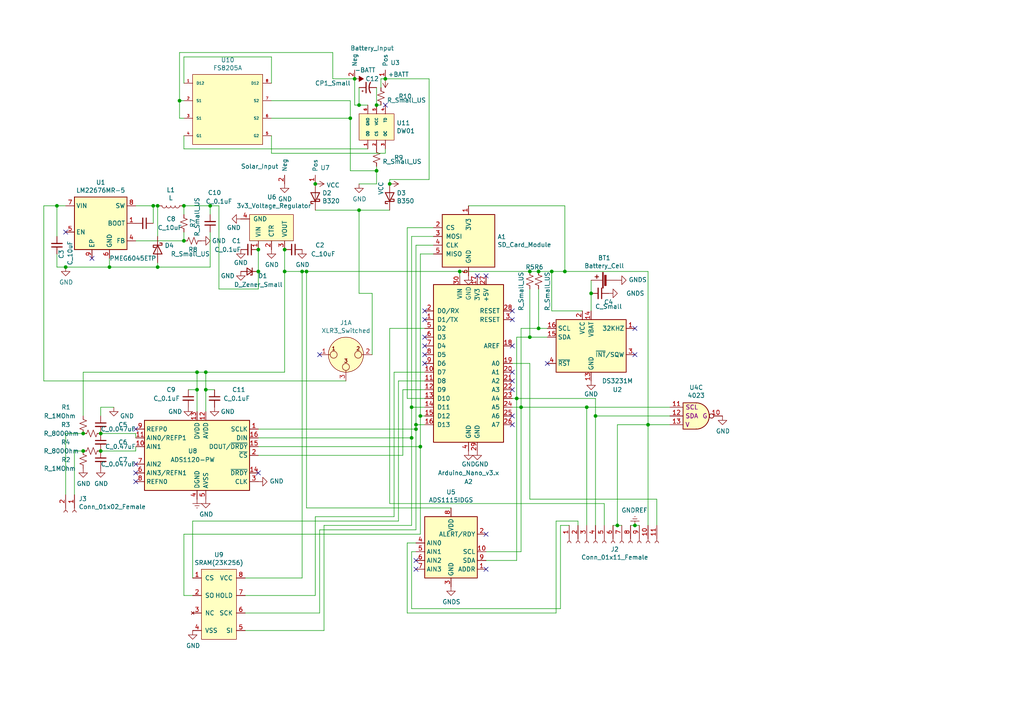
<source format=kicad_sch>
(kicad_sch (version 20230121) (generator eeschema)
  (paper "A4")
  (lib_symbols
    (symbol "4xxx:4023" (pin_names (offset 1.016))
      (property "Reference" "U" (at 0 1.27 0))
      (property "Value" "4023" (at 0 -1.27 0))
      (symbol "4023_1_1"
        (pin input line (at -7.62 2.54 0) (length 3.81) (name "~") (number "1"))
        (pin input line (at -7.62 0 0) (length 3.81) (name "~") (number "2"))
        (pin input line (at -7.62 -2.54 0) (length 3.81) (name "~") (number "8"))
        (pin output inverted (at 7.62 0 180) (length 3.81) (name "~") (number "9"))
      )
      (symbol "4023_1_2"
        (pin input inverted (at -7.62 2.54 0) (length 4.318) (name "~") (number "1"))
        (pin input inverted (at -7.62 0 0) (length 4.953) (name "~") (number "2"))
        (pin input inverted (at -7.62 -2.54 0) (length 4.318) (name "~") (number "8"))
        (pin output line (at 7.62 0 180) (length 3.81) (name "~") (number "9"))
      )
      (symbol "4023_2_1"
        (pin input line (at -7.62 2.54 0) (length 3.81) (name "~") (number "3"))
        (pin input line (at -7.62 0 0) (length 3.81) (name "~") (number "4"))
        (pin input line (at -7.62 -2.54 0) (length 3.81) (name "~") (number "5"))
        (pin output inverted (at 7.62 0 180) (length 3.81) (name "~") (number "6"))
      )
      (symbol "4023_2_2"
        (pin input inverted (at -7.62 2.54 0) (length 4.318) (name "~") (number "3"))
        (pin input inverted (at -7.62 0 0) (length 4.953) (name "~") (number "4"))
        (pin input inverted (at -7.62 -2.54 0) (length 4.318) (name "~") (number "5"))
        (pin output line (at 7.62 0 180) (length 3.81) (name "~") (number "6"))
      )
      (symbol "4023_3_1"
        (pin output inverted (at 7.62 0 180) (length 3.81) (name "~") (number "10"))
        (pin input line (at -7.62 2.54 0) (length 3.81) (name "~") (number "11"))
        (pin input line (at -7.62 0 0) (length 3.81) (name "~") (number "12"))
        (pin input line (at -7.62 -2.54 0) (length 3.81) (name "~") (number "13"))
      )
      (symbol "4023_3_2"
        (pin output line (at 7.62 0 180) (length 3.81) (name "~") (number "10"))
        (pin input inverted (at -7.62 2.54 0) (length 4.318) (name "~") (number "11"))
        (pin input inverted (at -7.62 0 0) (length 4.953) (name "~") (number "12"))
        (pin input inverted (at -7.62 -2.54 0) (length 4.318) (name "~") (number "13"))
      )
      (symbol "4023_4_0"
        (pin power_in line (at 0 12.7 270) (length 5.08) (name "VDD") (number "14"))
        (pin power_in line (at 0 -12.7 90) (length 5.08) (name "VSS") (number "7"))
      )
    )
    (symbol "Analog_ADC:ADS1115IDGS"
      (property "Reference" "U" (at 2.54 13.97 0))
      (property "Value" "ADS1115IDGS" (at 7.62 11.43 0))
      (symbol "ADS1115IDGS_1_1"
        (pin input line (at 10.16 -5.08 180) (length 2.54) (name "ADDR") (number "1"))
        (pin input line (at 10.16 0 180) (length 2.54) (name "SCL") (number "10"))
        (pin output line (at 10.16 5.08 180) (length 2.54) (name "ALERT/RDY") (number "2"))
        (pin power_in line (at 0 -10.16 90) (length 2.54) (name "GND") (number "3"))
        (pin input line (at -10.16 2.54 0) (length 2.54) (name "AIN0") (number "4"))
        (pin input line (at -10.16 0 0) (length 2.54) (name "AIN1") (number "5"))
        (pin input line (at -10.16 -2.54 0) (length 2.54) (name "AIN2") (number "6"))
        (pin input line (at -10.16 -5.08 0) (length 2.54) (name "AIN3") (number "7"))
        (pin power_in line (at 0 12.7 270) (length 2.54) (name "VDD") (number "8"))
        (pin bidirectional line (at 10.16 -2.54 180) (length 2.54) (name "SDA") (number "9"))
      )
    )
    (symbol "Analog_ADC:ADS1120-PW"
      (property "Reference" "U" (at -15.24 11.43 0))
      (property "Value" "ADS1120-PW" (at 6.35 11.43 0))
      (symbol "ADS1120-PW_1_1"
        (pin input line (at 17.78 7.62 180) (length 2.54) (name "SCLK") (number "1"))
        (pin input line (at -17.78 2.54 0) (length 2.54) (name "AIN1") (number "10"))
        (pin input line (at -17.78 5.08 0) (length 2.54) (name "AIN0/REFP1") (number "11"))
        (pin power_in line (at 2.54 12.7 270) (length 2.54) (name "AVDD") (number "12"))
        (pin power_in line (at 0 12.7 270) (length 2.54) (name "DVDD") (number "13"))
        (pin output line (at 17.78 -5.08 180) (length 2.54) (name "~{DRDY}") (number "14"))
        (pin output line (at 17.78 2.54 180) (length 2.54) (name "DOUT/~{DRDY}") (number "15"))
        (pin input line (at 17.78 5.08 180) (length 2.54) (name "DIN") (number "16"))
        (pin input line (at 17.78 0 180) (length 2.54) (name "~{CS}") (number "2"))
        (pin input line (at 17.78 -7.62 180) (length 2.54) (name "CLK") (number "3"))
        (pin power_in line (at 0 -12.7 90) (length 2.54) (name "DGND") (number "4"))
        (pin power_in line (at 2.54 -12.7 90) (length 2.54) (name "AVSS") (number "5"))
        (pin input line (at -17.78 -5.08 0) (length 2.54) (name "AIN3/REFN1") (number "6"))
        (pin input line (at -17.78 -2.54 0) (length 2.54) (name "AIN2") (number "7"))
        (pin input line (at -17.78 -7.62 0) (length 2.54) (name "REFN0") (number "8"))
        (pin input line (at -17.78 7.62 0) (length 2.54) (name "REFP0") (number "9"))
      )
    )
    (symbol "Device:Battery_Cell" (pin_numbers hide) (pin_names (offset 0) hide)
      (property "Reference" "BT" (at 2.54 2.54 0))
      (property "Value" "Battery_Cell" (at 2.54 0 0))
      (symbol "Battery_Cell_1_1"
        (pin passive line (at 0 5.08 270) (length 2.54) (name "+") (number "1"))
        (pin passive line (at 0 -2.54 90) (length 2.54) (name "-") (number "2"))
      )
    )
    (symbol "Device:C_Small" (pin_numbers hide) (pin_names (offset 0.254) hide)
      (property "Reference" "C" (at 0.254 1.778 0))
      (property "Value" "C_Small" (at 0.254 -2.032 0))
      (symbol "C_Small_1_1"
        (pin passive line (at 0 2.54 270) (length 2.032) (name "~") (number "1"))
        (pin passive line (at 0 -2.54 90) (length 2.032) (name "~") (number "2"))
      )
    )
    (symbol "Device:D_Zener_Small" (pin_numbers hide) (pin_names (offset 0.254) hide)
      (property "Reference" "D" (at 0 2.286 0))
      (property "Value" "D_Zener_Small" (at 0 -2.286 0))
      (symbol "D_Zener_Small_1_1"
        (pin passive line (at -2.54 0 0) (length 1.778) (name "K") (number "1"))
        (pin passive line (at 2.54 0 180) (length 1.778) (name "A") (number "2"))
      )
    )
    (symbol "Device:L" (pin_numbers hide) (pin_names (offset 1.016) hide)
      (property "Reference" "L" (at -1.27 0 90))
      (property "Value" "L" (at 1.905 0 90))
      (symbol "L_1_1"
        (pin passive line (at 0 3.81 270) (length 1.27) (name "1") (number "1"))
        (pin passive line (at 0 -3.81 90) (length 1.27) (name "2") (number "2"))
      )
    )
    (symbol "Device:R_Small_US" (pin_numbers hide) (pin_names (offset 0.254) hide)
      (property "Reference" "R" (at 0.762 0.508 0))
      (property "Value" "R_Small_US" (at 0.762 -1.016 0))
      (symbol "R_Small_US_1_1"
        (pin passive line (at 0 2.54 270) (length 1.016) (name "~") (number "1"))
        (pin passive line (at 0 -2.54 90) (length 1.016) (name "~") (number "2"))
      )
    )
    (symbol "Diode:B320" (pin_numbers hide) (pin_names (offset 1.016) hide)
      (property "Reference" "D" (at 0 2.54 0))
      (property "Value" "B320" (at 0 -2.54 0))
      (symbol "B320_1_1"
        (pin passive line (at -3.81 0 0) (length 2.54) (name "K") (number "1"))
        (pin passive line (at 3.81 0 180) (length 2.54) (name "A") (number "2"))
      )
    )
    (symbol "Diode:B350" (pin_numbers hide) (pin_names (offset 1.016) hide)
      (property "Reference" "D" (at 0 2.54 0))
      (property "Value" "B350" (at 0 -2.54 0))
      (symbol "B350_1_1"
        (pin passive line (at -3.81 0 0) (length 2.54) (name "K") (number "1"))
        (pin passive line (at 3.81 0 180) (length 2.54) (name "A") (number "2"))
      )
    )
    (symbol "Diode:PMEG6045ETP" (pin_numbers hide) (pin_names hide)
      (property "Reference" "D" (at 0 2.54 0))
      (property "Value" "PMEG6045ETP" (at 0 -2.54 0))
      (symbol "PMEG6045ETP_1_1"
        (pin passive line (at -3.81 0 0) (length 2.54) (name "K") (number "1"))
        (pin passive line (at 3.81 0 180) (length 2.54) (name "A") (number "2"))
      )
    )
    (symbol "Regulator_Switching:LM22676MR-5"
      (property "Reference" "U" (at -6.35 8.89 0))
      (property "Value" "LM22676MR-5" (at 5.08 8.89 0))
      (symbol "LM22676MR-5_1_1"
        (pin input line (at 10.16 0 180) (length 2.54) (name "BOOT") (number "1"))
        (pin no_connect line (at -7.62 2.54 0) (length 2.54) hide (name "NC") (number "2"))
        (pin no_connect line (at -7.62 0 0) (length 2.54) hide (name "NC") (number "3"))
        (pin input line (at 10.16 -5.08 180) (length 2.54) (name "FB") (number "4"))
        (pin input line (at -10.16 -2.54 0) (length 2.54) (name "EN") (number "5"))
        (pin power_in line (at 2.54 -10.16 90) (length 2.54) (name "GND") (number "6"))
        (pin power_in line (at -10.16 5.08 0) (length 2.54) (name "VIN") (number "7"))
        (pin power_out line (at 10.16 5.08 180) (length 2.54) (name "SW") (number "8"))
        (pin power_in line (at -2.54 -10.16 90) (length 2.54) (name "EP") (number "9"))
      )
    )
    (symbol "Timer_RTC:DS3231M"
      (property "Reference" "U" (at -7.62 8.89 0))
      (property "Value" "DS3231M" (at 10.16 8.89 0))
      (symbol "DS3231M_1_1"
        (pin open_collector line (at 12.7 5.08 180) (length 2.54) (name "32KHZ") (number "1"))
        (pin passive line (at 0 -10.16 90) (length 2.54) hide (name "GND") (number "10"))
        (pin passive line (at 0 -10.16 90) (length 2.54) hide (name "GND") (number "11"))
        (pin passive line (at 0 -10.16 90) (length 2.54) hide (name "GND") (number "12"))
        (pin power_in line (at 0 -10.16 90) (length 2.54) (name "GND") (number "13"))
        (pin power_in line (at 0 10.16 270) (length 2.54) (name "VBAT") (number "14"))
        (pin bidirectional line (at -12.7 2.54 0) (length 2.54) (name "SDA") (number "15"))
        (pin input line (at -12.7 5.08 0) (length 2.54) (name "SCL") (number "16"))
        (pin power_in line (at -2.54 10.16 270) (length 2.54) (name "VCC") (number "2"))
        (pin open_collector line (at 12.7 -2.54 180) (length 2.54) (name "~{INT}/SQW") (number "3"))
        (pin bidirectional line (at -12.7 -5.08 0) (length 2.54) (name "~{RST}") (number "4"))
        (pin passive line (at 0 -10.16 90) (length 2.54) hide (name "GND") (number "5"))
        (pin passive line (at 0 -10.16 90) (length 2.54) hide (name "GND") (number "6"))
        (pin passive line (at 0 -10.16 90) (length 2.54) hide (name "GND") (number "7"))
        (pin passive line (at 0 -10.16 90) (length 2.54) hide (name "GND") (number "8"))
        (pin passive line (at 0 -10.16 90) (length 2.54) hide (name "GND") (number "9"))
      )
    )
    (symbol "power:+BATT" (power) (pin_names (offset 0))
      (property "Value" "+BATT" (at 0 3.556 0))
      (symbol "+BATT_1_1"
        (pin power_in line (at 0 0 90) (length 0) hide (name "+BATT") (number "1"))
      )
    )
    (symbol "power:-BATT" (power) (pin_names (offset 0))
      (property "Value" "-BATT" (at 0 3.556 0))
      (symbol "-BATT_1_1"
        (pin power_in line (at 0 0 90) (length 0) hide (name "-BATT") (number "1"))
      )
    )
    (symbol "power:Earth" (power) (pin_names (offset 0))
      (symbol "Earth_1_1"
        (pin power_in line (at 0 0 270) (length 0) hide (name "Earth") (number "1"))
      )
    )
    (symbol "power:GND" (power) (pin_names (offset 0))
      (property "Value" "GND" (at 0 -3.81 0))
      (symbol "GND_1_1"
        (pin power_in line (at 0 0 270) (length 0) hide (name "GND") (number "1"))
      )
    )
    (symbol "power:GNDREF" (power) (pin_names (offset 0))
      (property "Value" "GNDREF" (at 0 -3.81 0))
      (symbol "GNDREF_1_1"
        (pin power_in line (at 0 0 270) (length 0) hide (name "GNDREF") (number "1"))
      )
    )
    (symbol "power:GNDS" (power) (pin_names (offset 0))
      (property "Value" "GNDS" (at 0 -3.81 0))
      (symbol "GNDS_1_1"
        (pin power_in line (at 0 0 270) (length 0) hide (name "GNDS") (number "1"))
      )
    )
    (symbol "power:VCC" (power) (pin_names (offset 0))
      (property "Value" "VCC" (at 0 3.81 0))
      (symbol "VCC_1_1"
        (pin power_in line (at 0 0 90) (length 0) hide (name "VCC") (number "1"))
      )
    )
    (symbol "smart penetrometer update-rescue:3v3_Voltage_Regulator-smart-penetrometer-rescue-smart-penetrometer-update-rescue" (pin_names (offset 1.016))
      (property "Reference" "U" (at 0 6.35 0))
      (property "Value" "smart-penetrometer-update-rescue_3v3_Voltage_Regulator-smart-penetrometer-rescue" (at 1.27 -12.7 0))
      (symbol "3v3_Voltage_Regulator-smart-penetrometer-rescue-smart-penetrometer-update-rescue_1_1"
        (pin power_in line (at -3.81 -6.35 90) (length 2.54) (name "VIN") (number "1"))
        (pin output line (at 0 -6.35 90) (length 2.54) (name "CTR") (number "2"))
        (pin power_out line (at 3.81 -6.35 90) (length 2.54) (name "VOUT") (number "3"))
        (pin power_in line (at -8.89 2.54 0) (length 2.54) (name "GND") (number "4"))
      )
    )
    (symbol "smart penetrometer update-rescue:Arduino_Nano_v3.x-MCU_Module-kitest-rescue-smart-penetrometer-rescue-smart-penetrometer-update-rescue" (pin_names (offset 1.016))
      (property "Reference" "A" (at -5.08 26.035 0))
      (property "Value" "smart-penetrometer-update-rescue_Arduino_Nano_v3.x-MCU_Module-kitest-rescue-smart-penetrometer-rescue" (at -5.08 24.13 0))
      (symbol "Arduino_Nano_v3.x-MCU_Module-kitest-rescue-smart-penetrometer-rescue-smart-penetrometer-update-rescue_1_1"
        (pin bidirectional line (at -12.7 12.7 0) (length 2.54) (name "D1/TX") (number "1"))
        (pin bidirectional line (at -12.7 -2.54 0) (length 2.54) (name "D7") (number "10"))
        (pin bidirectional line (at -12.7 -5.08 0) (length 2.54) (name "D8") (number "11"))
        (pin bidirectional line (at -12.7 -7.62 0) (length 2.54) (name "D9") (number "12"))
        (pin bidirectional line (at -12.7 -10.16 0) (length 2.54) (name "D10") (number "13"))
        (pin bidirectional line (at -12.7 -12.7 0) (length 2.54) (name "D11") (number "14"))
        (pin bidirectional line (at -12.7 -15.24 0) (length 2.54) (name "D12") (number "15"))
        (pin bidirectional line (at -12.7 -17.78 0) (length 2.54) (name "D13") (number "16"))
        (pin power_out line (at 2.54 25.4 270) (length 2.54) (name "3V3") (number "17"))
        (pin input line (at 12.7 5.08 180) (length 2.54) (name "AREF") (number "18"))
        (pin bidirectional line (at 12.7 0 180) (length 2.54) (name "A0") (number "19"))
        (pin bidirectional line (at -12.7 15.24 0) (length 2.54) (name "D0/RX") (number "2"))
        (pin bidirectional line (at 12.7 -2.54 180) (length 2.54) (name "A1") (number "20"))
        (pin bidirectional line (at 12.7 -5.08 180) (length 2.54) (name "A2") (number "21"))
        (pin bidirectional line (at 12.7 -7.62 180) (length 2.54) (name "A3") (number "22"))
        (pin bidirectional line (at 12.7 -10.16 180) (length 2.54) (name "A4") (number "23"))
        (pin bidirectional line (at 12.7 -12.7 180) (length 2.54) (name "A5") (number "24"))
        (pin bidirectional line (at 12.7 -15.24 180) (length 2.54) (name "A6") (number "25"))
        (pin bidirectional line (at 12.7 -17.78 180) (length 2.54) (name "A7") (number "26"))
        (pin power_out line (at 5.08 25.4 270) (length 2.54) (name "+5V") (number "27"))
        (pin input line (at 12.7 15.24 180) (length 2.54) (name "RESET") (number "28"))
        (pin power_in line (at 2.54 -25.4 90) (length 2.54) (name "GND") (number "29"))
        (pin input line (at 12.7 12.7 180) (length 2.54) (name "RESET") (number "3"))
        (pin power_in line (at -2.54 25.4 270) (length 2.54) (name "VIN") (number "30"))
        (pin power_in line (at 0 -25.4 90) (length 2.54) (name "GND") (number "4"))
        (pin bidirectional line (at -12.7 10.16 0) (length 2.54) (name "D2") (number "5"))
        (pin bidirectional line (at -12.7 7.62 0) (length 2.54) (name "D3") (number "6"))
        (pin bidirectional line (at -12.7 5.08 0) (length 2.54) (name "D4") (number "7"))
        (pin bidirectional line (at -12.7 2.54 0) (length 2.54) (name "D5") (number "8"))
        (pin bidirectional line (at -12.7 0 0) (length 2.54) (name "D6") (number "9"))
      )
    )
    (symbol "smart penetrometer update-rescue:Battery_Input-kitest-kitest-rescue-smart-penetrometer-rescue-smart-penetrometer-update-rescue-smart-penetrometer-update-rescue" (pin_names (offset 1.016))
      (property "Reference" "U" (at 0 0 0))
      (property "Value" "smart-penetrometer-update-rescue_Battery_Input-kitest-kitest-rescue-smart-penetrometer-rescue-smart-penetrometer-update-rescue" (at 0 5.08 0))
      (symbol "Battery_Input-kitest-kitest-rescue-smart-penetrometer-rescue-smart-penetrometer-update-rescue-smart-penetrometer-update-rescue_1_1"
        (pin power_in line (at 5.08 -3.81 90) (length 2.54) (name "Pos") (number "1"))
        (pin power_in line (at -3.81 -3.81 90) (length 2.54) (name "Neg") (number "2"))
      )
    )
    (symbol "smart penetrometer update-rescue:CP1_Small-Device" (pin_numbers hide) (pin_names (offset 0.254) hide)
      (property "Reference" "C" (at 0.254 1.778 0))
      (property "Value" "Device_CP1_Small" (at 0.254 -2.032 0))
      (symbol "CP1_Small-Device_1_1"
        (pin passive line (at 0 2.54 270) (length 2.032) (name "~") (number "1"))
        (pin passive line (at 0 -2.54 90) (length 2.032) (name "~") (number "2"))
      )
    )
    (symbol "smart penetrometer update-rescue:Conn_01x02_Female-Connector" (pin_names (offset 1.016) hide)
      (property "Reference" "J" (at 0 2.54 0))
      (property "Value" "Connector_Conn_01x02_Female" (at 0 -5.08 0))
      (symbol "Conn_01x02_Female-Connector_1_1"
        (pin passive line (at -5.08 0 0) (length 3.81) (name "Pin_1") (number "1"))
        (pin passive line (at -5.08 -2.54 0) (length 3.81) (name "Pin_2") (number "2"))
      )
    )
    (symbol "smart penetrometer update-rescue:Conn_01x11_Female-Connector" (pin_names (offset 1.016) hide)
      (property "Reference" "J" (at 0 15.24 0))
      (property "Value" "Connector_Conn_01x11_Female" (at 0 -15.24 0))
      (symbol "Conn_01x11_Female-Connector_1_1"
        (pin passive line (at -5.08 12.7 0) (length 3.81) (name "Pin_1") (number "1"))
        (pin passive line (at -5.08 -10.16 0) (length 3.81) (name "Pin_10") (number "10"))
        (pin passive line (at -5.08 -12.7 0) (length 3.81) (name "Pin_11") (number "11"))
        (pin passive line (at -5.08 10.16 0) (length 3.81) (name "Pin_2") (number "2"))
        (pin passive line (at -5.08 7.62 0) (length 3.81) (name "Pin_3") (number "3"))
        (pin passive line (at -5.08 5.08 0) (length 3.81) (name "Pin_4") (number "4"))
        (pin passive line (at -5.08 2.54 0) (length 3.81) (name "Pin_5") (number "5"))
        (pin passive line (at -5.08 0 0) (length 3.81) (name "Pin_6") (number "6"))
        (pin passive line (at -5.08 -2.54 0) (length 3.81) (name "Pin_7") (number "7"))
        (pin passive line (at -5.08 -5.08 0) (length 3.81) (name "Pin_8") (number "8"))
        (pin passive line (at -5.08 -7.62 0) (length 3.81) (name "Pin_9") (number "9"))
      )
    )
    (symbol "smart penetrometer update-rescue:DW01-smart-penetrometer-rescue-smart-penetrometer-update-rescue" (pin_names (offset 1.016))
      (property "Reference" "U" (at 0 -11.43 0))
      (property "Value" "smart-penetrometer-update-rescue_DW01-smart-penetrometer-rescue" (at 0 11.43 0))
      (symbol "DW01-smart-penetrometer-rescue-smart-penetrometer-update-rescue_1_1"
        (pin output line (at -2.54 -6.35 90) (length 2.54) (name "OD") (number "1"))
        (pin input line (at 0 -6.35 90) (length 2.54) (name "CS") (number "2"))
        (pin output line (at 2.54 -6.35 90) (length 2.54) (name "OC") (number "3"))
        (pin input line (at 2.54 6.35 270) (length 2.54) (name "TD") (number "4"))
        (pin power_in line (at 0 6.35 270) (length 2.54) (name "VCC") (number "5"))
        (pin power_in line (at -2.54 6.35 270) (length 2.54) (name "GND") (number "6"))
      )
    )
    (symbol "smart penetrometer update-rescue:FS8205A-smart-penetrometer-rescue-smart-penetrometer-update-rescue" (pin_names (offset 1.016))
      (property "Reference" "U" (at 0 -11.43 0))
      (property "Value" "smart-penetrometer-update-rescue_FS8205A-smart-penetrometer-rescue" (at 0 12.7 0))
      (symbol "FS8205A-smart-penetrometer-rescue-smart-penetrometer-update-rescue_1_1"
        (pin bidirectional line (at -12.7 7.62 0) (length 2.54) (name "D12") (number "1"))
        (pin bidirectional line (at -12.7 2.54 0) (length 2.54) (name "S1") (number "2"))
        (pin bidirectional line (at -12.7 -2.54 0) (length 2.54) (name "S1") (number "3"))
        (pin bidirectional line (at -12.7 -7.62 0) (length 2.54) (name "G1") (number "4"))
        (pin bidirectional line (at 12.7 -7.62 180) (length 2.54) (name "G2") (number "5"))
        (pin bidirectional line (at 12.7 -2.54 180) (length 2.54) (name "S2") (number "6"))
        (pin bidirectional line (at 12.7 2.54 180) (length 2.54) (name "S2") (number "7"))
        (pin bidirectional line (at 12.7 7.62 180) (length 2.54) (name "D12") (number "8"))
      )
    )
    (symbol "smart penetrometer update-rescue:SD_Card_Module-Charleslabs_Parts-kitest-rescue-smart-penetrometer-rescue-smart-penetrometer-update-rescue" (pin_names (offset 1.016))
      (property "Reference" "A" (at -7.62 10.16 0))
      (property "Value" "smart-penetrometer-update-rescue_SD_Card_Module-Charleslabs_Parts-kitest-rescue-smart-penetrometer-rescue" (at 10.16 10.16 0))
      (symbol "SD_Card_Module-Charleslabs_Parts-kitest-rescue-smart-penetrometer-rescue-smart-penetrometer-update-rescue_1_1"
        (pin power_in line (at 0 10.16 270) (length 2.54) (name "3V3") (number "1"))
        (pin input line (at -10.16 3.81 0) (length 2.54) (name "CS") (number "2"))
        (pin input line (at -10.16 1.27 0) (length 2.54) (name "MOSI") (number "3"))
        (pin input line (at -10.16 -1.27 0) (length 2.54) (name "CLK") (number "4"))
        (pin tri_state line (at -10.16 -3.81 0) (length 2.54) (name "MISO") (number "5"))
        (pin power_in line (at 0 -10.16 90) (length 2.54) (name "GND") (number "6"))
      )
    )
    (symbol "smart penetrometer update-rescue:SRAM(23K256)-smart-penetrometer-update-rescue" (pin_names (offset 1.016))
      (property "Reference" "U" (at 0 0 0))
      (property "Value" "smart-penetrometer-update-rescue_SRAM(23K256)" (at 0 -12.7 0))
      (symbol "SRAM(23K256)-smart-penetrometer-update-rescue_1_1"
        (pin input line (at -7.62 7.62 0) (length 2.54) (name "CS") (number "1"))
        (pin tri_state line (at -7.62 2.54 0) (length 2.54) (name "SO") (number "2"))
        (pin no_connect line (at -7.62 -2.54 0) (length 2.54) (name "NC") (number "3"))
        (pin power_in line (at -7.62 -7.62 0) (length 2.54) (name "VSS") (number "4"))
        (pin input line (at 7.62 -7.62 180) (length 2.54) (name "SI") (number "5"))
        (pin input line (at 7.62 -2.54 180) (length 2.54) (name "SCK") (number "6"))
        (pin input line (at 7.62 2.54 180) (length 2.54) (name "HOLD") (number "7"))
        (pin power_in line (at 7.62 7.62 180) (length 2.54) (name "VCC") (number "8"))
      )
    )
    (symbol "smart penetrometer update-rescue:XLR3_Switched-Connector" (pin_names hide)
      (property "Reference" "J" (at 0 8.89 0))
      (property "Value" "Connector_XLR3_Switched" (at 0 6.35 0))
      (symbol "XLR3_Switched-Connector_1_1"
        (text "1" (at -3.556 1.778 0) (effects (font (size 1.016 1.016) bold)))
        (text "2" (at 3.556 1.778 0) (effects (font (size 1.016 1.016) bold)))
        (text "3" (at 0 -1.778 0) (effects (font (size 1.016 1.016) bold)))
        (pin passive line (at -7.62 0 0) (length 2.54) (name "~") (number "1"))
        (pin passive line (at 7.62 0 180) (length 2.54) (name "~") (number "2"))
        (pin passive line (at 0 -7.62 90) (length 2.54) (name "~") (number "3"))
      )
      (symbol "XLR3_Switched-Connector_2_1"
        (pin passive line (at -7.62 0 0) (length 2.54) (name "~") (number "N"))
        (pin passive line (at 7.62 2.54 180) (length 2.54) (name "~") (number "NC"))
        (pin passive line (at 7.62 -2.54 180) (length 2.54) (name "~") (number "NO"))
      )
    )
  )
  (junction (at 74.93 78.74))
  (junction (at 24.13 125.73))
  (junction (at 74.93 72.39))
  (junction (at 29.21 125.73))
  (junction (at 29.21 130.81))
  (junction (at 109.22 49.53))
  (junction (at 19.05 77.47))
  (junction (at 121.92 129.54))
  (junction (at 59.69 107.95))
  (junction (at 52.07 29.21))
  (junction (at 163.83 78.74))
  (junction (at 31.75 77.47))
  (junction (at 109.22 30.48))
  (junction (at 149.86 115.57))
  (junction (at 170.18 118.11))
  (junction (at 16.51 59.69))
  (junction (at 59.69 113.03))
  (junction (at 187.96 123.19))
  (junction (at 82.55 72.39))
  (junction (at 171.45 85.09))
  (junction (at 113.03 53.34))
  (junction (at 160.02 78.74))
  (junction (at 153.67 78.74))
  (junction (at 104.14 60.96))
  (junction (at 102.87 22.86))
  (junction (at 156.21 78.74))
  (junction (at 57.15 107.95))
  (junction (at 53.34 69.85))
  (junction (at 111.76 22.86))
  (junction (at 101.6 34.29))
  (junction (at 24.13 130.81))
  (junction (at 91.44 53.34))
  (junction (at 45.72 77.47))
  (junction (at 60.96 59.69))
  (junction (at 88.9 78.74))
  (junction (at 119.38 127))
  (junction (at 133.35 78.74))
  (junction (at 156.21 95.25))
  (junction (at 45.72 59.69))
  (junction (at 120.65 124.46))
  (junction (at 57.15 113.03))
  (junction (at 121.92 120.65))
  (junction (at 184.15 152.4))
  (junction (at 153.67 97.79))
  (junction (at 104.14 30.48))
  (junction (at 120.65 123.19))
  (junction (at 53.34 59.69))
  (junction (at 119.38 118.11))
  (junction (at 44.45 59.69))
  (junction (at 179.07 152.4))
  (junction (at 82.55 78.74))
  (junction (at 151.13 118.11))
  (junction (at 87.63 78.74))
  (junction (at 172.72 120.65))
  (no_connect (at 123.19 90.17))
  (no_connect (at 148.59 113.03))
  (no_connect (at 39.37 134.62))
  (no_connect (at 123.19 97.79))
  (no_connect (at 148.59 92.71))
  (no_connect (at 140.97 154.94))
  (no_connect (at 19.05 67.31))
  (no_connect (at 26.67 74.93))
  (no_connect (at 123.19 102.87))
  (no_connect (at 148.59 120.65))
  (no_connect (at 74.93 137.16))
  (no_connect (at 39.37 137.16))
  (no_connect (at 184.15 102.87))
  (no_connect (at 148.59 100.33))
  (no_connect (at 120.65 162.56))
  (no_connect (at 123.19 92.71))
  (no_connect (at 184.15 95.25))
  (no_connect (at 120.65 165.1))
  (no_connect (at 148.59 123.19))
  (no_connect (at 92.71 102.87))
  (no_connect (at 138.43 80.01))
  (no_connect (at 140.97 165.1))
  (no_connect (at 39.37 124.46))
  (no_connect (at 39.37 139.7))
  (no_connect (at 111.76 30.48))
  (no_connect (at 148.59 107.95))
  (no_connect (at 140.97 80.01))
  (no_connect (at 148.59 90.17))
  (no_connect (at 123.19 105.41))
  (no_connect (at 123.19 100.33))
  (no_connect (at 158.75 105.41))
  (no_connect (at 148.59 110.49))
  (wire (pts (xy 12.7 59.69) (xy 16.51 59.69)))
  (wire (pts (xy 179.07 123.19) (xy 179.07 152.4)))
  (wire (pts (xy 116.84 113.03) (xy 123.19 113.03)))
  (wire (pts (xy 60.96 62.23) (xy 60.96 59.69)))
  (wire (pts (xy 111.76 22.86) (xy 124.46 22.86)))
  (wire (pts (xy 119.38 118.11) (xy 123.19 118.11)))
  (wire (pts (xy 113.03 95.25) (xy 113.03 146.05)))
  (wire (pts (xy 153.67 144.78) (xy 190.5 144.78)))
  (wire (pts (xy 44.45 59.69) (xy 45.72 59.69)))
  (wire (pts (xy 119.38 68.58) (xy 119.38 118.11)))
  (wire (pts (xy 115.57 151.13) (xy 115.57 110.49)))
  (wire (pts (xy 160.02 78.74) (xy 163.83 78.74)))
  (wire (pts (xy 78.74 16.51) (xy 78.74 24.13)))
  (wire (pts (xy 133.35 78.74) (xy 153.67 78.74)))
  (wire (pts (xy 119.38 152.4) (xy 93.98 152.4)))
  (wire (pts (xy 148.59 115.57) (xy 149.86 115.57)))
  (wire (pts (xy 119.38 160.02) (xy 119.38 176.53)))
  (wire (pts (xy 53.34 59.69) (xy 60.96 59.69)))
  (wire (pts (xy 184.15 152.4) (xy 185.42 152.4)))
  (wire (pts (xy 125.73 68.58) (xy 119.38 68.58)))
  (wire (pts (xy 119.38 127) (xy 119.38 152.4)))
  (wire (pts (xy 120.65 71.12) (xy 120.65 123.19)))
  (wire (pts (xy 78.74 34.29) (xy 101.6 34.29)))
  (wire (pts (xy 78.74 39.37) (xy 78.74 44.45)))
  (wire (pts (xy 19.05 59.69) (xy 16.51 59.69)))
  (wire (pts (xy 53.34 29.21) (xy 52.07 29.21)))
  (wire (pts (xy 57.15 107.95) (xy 24.13 107.95)))
  (wire (pts (xy 124.46 22.86) (xy 124.46 52.07)))
  (wire (pts (xy 53.34 154.94) (xy 53.34 172.72)))
  (wire (pts (xy 153.67 97.79) (xy 158.75 97.79)))
  (wire (pts (xy 153.67 83.82) (xy 153.67 97.79)))
  (wire (pts (xy 63.5 59.69) (xy 63.5 83.82)))
  (wire (pts (xy 88.9 147.32) (xy 130.81 147.32)))
  (wire (pts (xy 24.13 130.81) (xy 21.59 130.81)))
  (wire (pts (xy 53.34 59.69) (xy 53.34 62.23)))
  (wire (pts (xy 59.69 119.38) (xy 59.69 113.03)))
  (wire (pts (xy 161.29 151.13) (xy 167.64 151.13)))
  (wire (pts (xy 113.03 60.96) (xy 104.14 60.96)))
  (wire (pts (xy 149.86 115.57) (xy 149.86 162.56)))
  (wire (pts (xy 114.3 107.95) (xy 123.19 107.95)))
  (wire (pts (xy 88.9 78.74) (xy 88.9 147.32)))
  (wire (pts (xy 153.67 105.41) (xy 153.67 144.78)))
  (wire (pts (xy 156.21 83.82) (xy 156.21 95.25)))
  (wire (pts (xy 74.93 78.74) (xy 74.93 72.39)))
  (wire (pts (xy 16.51 77.47) (xy 19.05 77.47)))
  (wire (pts (xy 153.67 78.74) (xy 156.21 78.74)))
  (wire (pts (xy 167.64 151.13) (xy 167.64 152.4)))
  (wire (pts (xy 179.07 123.19) (xy 187.96 123.19)))
  (wire (pts (xy 91.44 172.72) (xy 91.44 149.86)))
  (wire (pts (xy 171.45 81.28) (xy 171.45 85.09)))
  (wire (pts (xy 113.03 146.05) (xy 175.26 146.05)))
  (wire (pts (xy 120.65 124.46) (xy 120.65 123.19)))
  (wire (pts (xy 162.56 152.4) (xy 165.1 152.4)))
  (wire (pts (xy 52.07 15.24) (xy 96.52 15.24)))
  (wire (pts (xy 92.71 153.67) (xy 92.71 177.8)))
  (wire (pts (xy 110.49 22.86) (xy 111.76 22.86)))
  (wire (pts (xy 121.92 129.54) (xy 121.92 154.94)))
  (wire (pts (xy 45.72 76.2) (xy 45.72 77.47)))
  (wire (pts (xy 53.34 34.29) (xy 52.07 34.29)))
  (wire (pts (xy 175.26 146.05) (xy 175.26 152.4)))
  (wire (pts (xy 31.75 74.93) (xy 31.75 77.47)))
  (wire (pts (xy 16.51 59.69) (xy 16.51 68.58)))
  (wire (pts (xy 151.13 118.11) (xy 170.18 118.11)))
  (wire (pts (xy 133.35 80.01) (xy 133.35 78.74)))
  (wire (pts (xy 29.21 120.65) (xy 29.21 118.11)))
  (wire (pts (xy 179.07 152.4) (xy 177.8 152.4)))
  (wire (pts (xy 53.34 24.13) (xy 53.34 16.51)))
  (wire (pts (xy 163.83 78.74) (xy 187.96 78.74)))
  (wire (pts (xy 74.93 129.54) (xy 121.92 129.54)))
  (wire (pts (xy 91.44 149.86) (xy 114.3 149.86)))
  (wire (pts (xy 110.49 30.48) (xy 109.22 30.48)))
  (wire (pts (xy 19.05 125.73) (xy 19.05 143.51)))
  (wire (pts (xy 53.34 43.18) (xy 106.68 43.18)))
  (wire (pts (xy 160.02 78.74) (xy 160.02 90.17)))
  (wire (pts (xy 102.87 30.48) (xy 104.14 30.48)))
  (wire (pts (xy 21.59 130.81) (xy 21.59 143.51)))
  (wire (pts (xy 104.14 85.09) (xy 104.14 60.96)))
  (wire (pts (xy 102.87 22.86) (xy 102.87 30.48)))
  (wire (pts (xy 109.22 48.26) (xy 109.22 49.53)))
  (wire (pts (xy 156.21 95.25) (xy 158.75 95.25)))
  (wire (pts (xy 115.57 110.49) (xy 123.19 110.49)))
  (wire (pts (xy 151.13 95.25) (xy 156.21 95.25)))
  (wire (pts (xy 101.6 34.29) (xy 101.6 49.53)))
  (wire (pts (xy 74.93 83.82) (xy 74.93 78.74)))
  (wire (pts (xy 125.73 73.66) (xy 121.92 73.66)))
  (wire (pts (xy 110.49 25.4) (xy 110.49 22.86)))
  (wire (pts (xy 59.69 107.95) (xy 57.15 107.95)))
  (wire (pts (xy 118.11 157.48) (xy 120.65 157.48)))
  (wire (pts (xy 116.84 132.08) (xy 116.84 113.03)))
  (wire (pts (xy 121.92 120.65) (xy 123.19 120.65)))
  (wire (pts (xy 140.97 160.02) (xy 151.13 160.02)))
  (wire (pts (xy 180.34 152.4) (xy 179.07 152.4)))
  (wire (pts (xy 16.51 73.66) (xy 16.51 77.47)))
  (wire (pts (xy 39.37 125.73) (xy 39.37 127)))
  (wire (pts (xy 29.21 125.73) (xy 39.37 125.73)))
  (wire (pts (xy 121.92 129.54) (xy 121.92 120.65)))
  (wire (pts (xy 172.72 120.65) (xy 194.31 120.65)))
  (wire (pts (xy 118.11 115.57) (xy 123.19 115.57)))
  (wire (pts (xy 187.96 123.19) (xy 187.96 152.4)))
  (wire (pts (xy 45.72 77.47) (xy 60.96 77.47)))
  (wire (pts (xy 187.96 123.19) (xy 187.96 78.74)))
  (wire (pts (xy 190.5 144.78) (xy 190.5 152.4)))
  (wire (pts (xy 54.61 113.03) (xy 57.15 113.03)))
  (wire (pts (xy 29.21 118.11) (xy 33.02 118.11)))
  (wire (pts (xy 121.92 73.66) (xy 121.92 120.65)))
  (wire (pts (xy 125.73 71.12) (xy 120.65 71.12)))
  (wire (pts (xy 120.65 124.46) (xy 120.65 153.67)))
  (wire (pts (xy 59.69 113.03) (xy 62.23 113.03)))
  (wire (pts (xy 87.63 167.64) (xy 87.63 78.74)))
  (wire (pts (xy 93.98 182.88) (xy 71.12 182.88)))
  (wire (pts (xy 172.72 115.57) (xy 172.72 120.65)))
  (wire (pts (xy 118.11 177.8) (xy 161.29 177.8)))
  (wire (pts (xy 92.71 177.8) (xy 71.12 177.8)))
  (wire (pts (xy 156.21 78.74) (xy 160.02 78.74)))
  (wire (pts (xy 96.52 22.86) (xy 102.87 22.86)))
  (wire (pts (xy 74.93 132.08) (xy 116.84 132.08)))
  (wire (pts (xy 78.74 29.21) (xy 101.6 29.21)))
  (wire (pts (xy 31.75 77.47) (xy 45.72 77.47)))
  (wire (pts (xy 53.34 67.31) (xy 53.34 69.85)))
  (wire (pts (xy 161.29 177.8) (xy 161.29 151.13)))
  (wire (pts (xy 53.34 39.37) (xy 53.34 43.18)))
  (wire (pts (xy 82.55 78.74) (xy 87.63 78.74)))
  (wire (pts (xy 135.89 59.69) (xy 163.83 59.69)))
  (wire (pts (xy 24.13 125.73) (xy 19.05 125.73)))
  (wire (pts (xy 96.52 15.24) (xy 96.52 22.86)))
  (wire (pts (xy 78.74 44.45) (xy 111.76 44.45)))
  (wire (pts (xy 104.14 30.48) (xy 106.68 30.48)))
  (wire (pts (xy 109.22 49.53) (xy 109.22 53.34)))
  (wire (pts (xy 151.13 118.11) (xy 151.13 160.02)))
  (wire (pts (xy 118.11 157.48) (xy 118.11 177.8)))
  (wire (pts (xy 82.55 78.74) (xy 82.55 107.95)))
  (wire (pts (xy 162.56 176.53) (xy 162.56 152.4)))
  (wire (pts (xy 124.46 52.07) (xy 113.03 52.07)))
  (wire (pts (xy 121.92 154.94) (xy 53.34 154.94)))
  (wire (pts (xy 119.38 160.02) (xy 120.65 160.02)))
  (wire (pts (xy 104.14 25.4) (xy 104.14 30.48)))
  (wire (pts (xy 104.14 85.09) (xy 107.95 85.09)))
  (wire (pts (xy 88.9 78.74) (xy 133.35 78.74)))
  (wire (pts (xy 19.05 77.47) (xy 31.75 77.47)))
  (wire (pts (xy 119.38 127) (xy 119.38 118.11)))
  (wire (pts (xy 123.19 95.25) (xy 113.03 95.25)))
  (wire (pts (xy 29.21 130.81) (xy 39.37 130.81)))
  (wire (pts (xy 149.86 115.57) (xy 149.86 97.79)))
  (wire (pts (xy 52.07 34.29) (xy 52.07 29.21)))
  (wire (pts (xy 55.88 167.64) (xy 55.88 151.13)))
  (wire (pts (xy 120.65 153.67) (xy 92.71 153.67)))
  (wire (pts (xy 71.12 167.64) (xy 87.63 167.64)))
  (wire (pts (xy 39.37 69.85) (xy 53.34 69.85)))
  (wire (pts (xy 55.88 151.13) (xy 115.57 151.13)))
  (wire (pts (xy 57.15 107.95) (xy 57.15 113.03)))
  (wire (pts (xy 45.72 68.58) (xy 45.72 59.69)))
  (wire (pts (xy 148.59 118.11) (xy 151.13 118.11)))
  (wire (pts (xy 113.03 52.07) (xy 113.03 53.34)))
  (wire (pts (xy 39.37 130.81) (xy 39.37 129.54)))
  (wire (pts (xy 53.34 172.72) (xy 55.88 172.72)))
  (wire (pts (xy 153.67 105.41) (xy 148.59 105.41)))
  (wire (pts (xy 53.34 16.51) (xy 78.74 16.51)))
  (wire (pts (xy 59.69 107.95) (xy 59.69 113.03)))
  (wire (pts (xy 24.13 107.95) (xy 24.13 120.65)))
  (wire (pts (xy 74.93 127) (xy 119.38 127)))
  (wire (pts (xy 170.18 118.11) (xy 194.31 118.11)))
  (wire (pts (xy 44.45 64.77) (xy 44.45 59.69)))
  (wire (pts (xy 82.55 72.39) (xy 82.55 78.74)))
  (wire (pts (xy 120.65 123.19) (xy 123.19 123.19)))
  (wire (pts (xy 60.96 77.47) (xy 60.96 67.31)))
  (wire (pts (xy 119.38 176.53) (xy 162.56 176.53)))
  (wire (pts (xy 118.11 66.04) (xy 118.11 115.57)))
  (wire (pts (xy 12.7 110.49) (xy 100.33 110.49)))
  (wire (pts (xy 187.96 123.19) (xy 194.31 123.19)))
  (wire (pts (xy 149.86 97.79) (xy 153.67 97.79)))
  (wire (pts (xy 184.15 152.4) (xy 182.88 152.4)))
  (wire (pts (xy 93.98 152.4) (xy 93.98 182.88)))
  (wire (pts (xy 74.93 124.46) (xy 120.65 124.46)))
  (wire (pts (xy 111.76 44.45) (xy 111.76 43.18)))
  (wire (pts (xy 104.14 53.34) (xy 109.22 53.34)))
  (wire (pts (xy 87.63 78.74) (xy 88.9 78.74)))
  (wire (pts (xy 171.45 85.09) (xy 171.45 90.17)))
  (wire (pts (xy 125.73 66.04) (xy 118.11 66.04)))
  (wire (pts (xy 140.97 162.56) (xy 149.86 162.56)))
  (wire (pts (xy 104.14 60.96) (xy 91.44 60.96)))
  (wire (pts (xy 170.18 152.4) (xy 170.18 118.11)))
  (wire (pts (xy 107.95 85.09) (xy 107.95 102.87)))
  (wire (pts (xy 172.72 152.4) (xy 172.72 120.65)))
  (wire (pts (xy 52.07 29.21) (xy 52.07 15.24)))
  (wire (pts (xy 109.22 30.48) (xy 109.22 25.4)))
  (wire (pts (xy 39.37 59.69) (xy 44.45 59.69)))
  (wire (pts (xy 101.6 29.21) (xy 101.6 34.29)))
  (wire (pts (xy 101.6 49.53) (xy 109.22 49.53)))
  (wire (pts (xy 60.96 59.69) (xy 63.5 59.69)))
  (wire (pts (xy 160.02 90.17) (xy 168.91 90.17)))
  (wire (pts (xy 151.13 118.11) (xy 151.13 95.25)))
  (wire (pts (xy 63.5 83.82) (xy 74.93 83.82)))
  (wire (pts (xy 114.3 149.86) (xy 114.3 107.95)))
  (wire (pts (xy 59.69 107.95) (xy 82.55 107.95)))
  (wire (pts (xy 163.83 59.69) (xy 163.83 78.74)))
  (wire (pts (xy 57.15 119.38) (xy 57.15 113.03)))
  (wire (pts (xy 149.86 115.57) (xy 172.72 115.57)))
  (wire (pts (xy 71.12 172.72) (xy 91.44 172.72)))
  (wire (pts (xy 12.7 59.69) (xy 12.7 110.49)))
  (symbol (lib_id "smart penetrometer update-rescue:Arduino_Nano_v3.x-MCU_Module-kitest-rescue-smart-penetrometer-rescue-smart-penetrometer-update-rescue") (at 135.89 105.41 0) (unit 1)
    (property "Reference" "A2" (at 135.89 139.7 0))
    (property "Value" "Arduino_Nano_v3.x" (at 135.89 137.16 0))
    (property "Footprint" "Module:Arduino_Nano" (effects hide))
    (property "Datasheet" "http://www.mouser.com/pdfdocs/Gravitech_Arduino_Nano3_0.pdf" (effects hide))
  )
  (symbol (lib_id "smart penetrometer update-rescue:SD_Card_Module-Charleslabs_Parts-kitest-rescue-smart-penetrometer-rescue-smart-penetrometer-update-rescue") (at 135.89 69.85 0) (unit 1)
    (property "Reference" "A1" (at 144.272 68.6816 0) (effects (justify left)))
    (property "Value" "SD_Card_Module" (at 144.272 70.993 0) (effects (justify left)))
    (property "Footprint" "kitest:SD Module" (effects hide))
  )
  (symbol (lib_id "power:GND") (at 135.89 80.01 0) (unit 1)
    (property "Reference" "#PWR01" (effects hide))
    (property "Value" "GND" (at 135.89 85.09 90))
  )
  (symbol (lib_id "power:GND") (at 138.43 130.81 0) (unit 1)
    (property "Reference" "#PWR04" (effects hide))
    (property "Value" "GND" (at 139.7 134.62 0))
  )
  (symbol (lib_id "power:GND") (at 135.89 130.81 0) (unit 1)
    (property "Reference" "#PWR03" (effects hide))
    (property "Value" "GND" (at 135.89 134.62 0))
  )
  (symbol (lib_id "smart penetrometer update-rescue:Battery_Input-kitest-kitest-rescue-smart-penetrometer-rescue-smart-penetrometer-update-rescue-smart-penetrometer-update-rescue") (at 106.68 19.05 0) (unit 1)
    (property "Reference" "U3" (at 113.2332 18.1864 0) (effects (justify left)))
    (property "Value" "Battery_Input" (at 101.6 13.97 0) (effects (justify left)))
    (property "Footprint" "kitest:Battery_Input" (effects hide))
  )
  (symbol (lib_id "power:GND") (at 104.14 53.34 0) (unit 1)
    (property "Reference" "#PWR06" (effects hide))
    (property "Value" "GND" (at 104.267 57.7342 0))
  )
  (symbol (lib_id "power:VCC") (at 113.03 53.34 270) (unit 1)
    (property "Reference" "#PWR0101" (effects hide))
    (property "Value" "VCC" (at 110.49 54.61 0))
  )
  (symbol (lib_id "Timer_RTC:DS3231M") (at 171.45 100.33 0) (unit 1)
    (property "Reference" "U2" (at 179.07 113.03 0))
    (property "Value" "DS3231M" (at 179.07 110.49 0))
    (property "Footprint" "Package_SO:SOIC-16W_7.5x10.3mm_P1.27mm" (effects hide))
    (property "Datasheet" "http://datasheets.maximintegrated.com/en/ds/DS3231.pdf" (effects hide))
  )
  (symbol (lib_id "power:GND") (at 171.45 110.49 0) (unit 1)
    (property "Reference" "#PWR0102" (effects hide))
    (property "Value" "GND" (at 171.45 114.3 0))
  )
  (symbol (lib_id "smart penetrometer update-rescue:XLR3_Switched-Connector") (at 100.33 102.87 0) (unit 1)
    (property "Reference" "J1" (at 100.33 93.599 0))
    (property "Value" "XLR3_Switched" (at 100.33 95.9104 0))
    (property "Footprint" "kitest:grounded_switch" (effects hide))
    (property "Datasheet" " ~" (effects hide))
  )
  (symbol (lib_id "4xxx:4023") (at 201.93 120.65 0) (unit 3)
    (property "Reference" "U4" (at 201.93 112.395 0))
    (property "Value" "4023" (at 201.93 114.7064 0))
    (property "Footprint" "kitest:TDS_module" (effects hide))
    (property "Datasheet" "http://www.intersil.com/content/dam/Intersil/documents/cd40/cd4011bms-12bms-23bms.pdf" (effects hide))
    (property "4" "G" (at 204.47 120.65 0))
    (property "2" "SCL" (at 200.66 118.11 0))
    (property "1" "SDA" (at 200.66 120.65 0))
    (property "3" "V" (at 199.39 123.19 0))
  )
  (symbol (lib_id "power:GND") (at 209.55 120.65 0) (unit 1)
    (property "Reference" "#PWR09" (effects hide))
    (property "Value" "GND" (at 209.677 125.0442 0))
  )
  (symbol (lib_id "Analog_ADC:ADS1115IDGS") (at 130.81 160.02 0) (unit 1)
    (property "Reference" "U5" (at 130.81 142.7226 0))
    (property "Value" "ADS1115IDGS" (at 130.81 145.034 0))
    (property "Footprint" "Package_SO:TSSOP-10_3x3mm_P0.5mm" (effects hide))
    (property "Datasheet" "http://www.ti.com/lit/ds/symlink/ads1113.pdf" (effects hide))
  )
  (symbol (lib_id "power:GNDS") (at 130.81 170.18 0) (unit 1)
    (property "Reference" "#PWR0104" (effects hide))
    (property "Value" "GNDS" (at 130.937 174.5742 0))
  )
  (symbol (lib_id "Device:R_Small_US") (at 153.67 81.28 0) (unit 1)
    (property "Reference" "R5" (at 152.4 77.47 0) (effects (justify left)))
    (property "Value" "R_Small_US" (at 151.13 90.17 90) (effects (justify left)))
    (property "Footprint" "Resistor_SMD:R_1206_3216Metric" (effects hide))
  )
  (symbol (lib_id "Device:R_Small_US") (at 156.21 81.28 0) (unit 1)
    (property "Reference" "R6" (at 154.94 77.47 0) (effects (justify left)))
    (property "Value" "R_Small_US" (at 158.75 90.17 90) (effects (justify left)))
    (property "Footprint" "Resistor_SMD:R_1206_3216Metric" (effects hide))
  )
  (symbol (lib_id "Device:C_Small") (at 173.99 85.09 270) (unit 1)
    (property "Reference" "C4" (at 176.53 87.63 90))
    (property "Value" "C_Small" (at 176.53 88.9 90))
    (property "Footprint" "Capacitor_SMD:C_1206_3216Metric" (effects hide))
  )
  (symbol (lib_id "Device:Battery_Cell") (at 176.53 81.28 90) (unit 1)
    (property "Reference" "BT1" (at 175.26 74.803 90))
    (property "Value" "Battery_Cell" (at 175.26 77.1144 90))
    (property "Footprint" "kitest:battery_holder_10mm" (effects hide))
  )
  (symbol (lib_id "power:GNDS") (at 176.53 85.09 90) (unit 1)
    (property "Reference" "#PWR011" (effects hide))
    (property "Value" "GNDS" (at 181.61 85.09 90) (effects (justify right)))
  )
  (symbol (lib_id "power:GNDS") (at 179.07 81.28 90) (unit 1)
    (property "Reference" "#PWR012" (effects hide))
    (property "Value" "GNDS" (at 182.3212 81.153 90) (effects (justify right)))
  )
  (symbol (lib_id "smart penetrometer update-rescue:3v3_Voltage_Regulator-smart-penetrometer-rescue-smart-penetrometer-update-rescue") (at 78.74 66.04 0) (unit 1)
    (property "Reference" "U6" (at 77.47 57.15 0) (effects (justify left)))
    (property "Value" "3v3_Voltage_Regulator" (at 68.58 59.69 0) (effects (justify left)))
    (property "Footprint" "smart penetrometer footprints:BD433M2FP3_CE2" (effects hide))
  )
  (symbol (lib_id "Device:C_Small") (at 85.09 72.39 270) (unit 1)
    (property "Reference" "C2" (at 91.44 71.12 90) (effects (justify left)))
    (property "Value" "C_10uF" (at 90.17 73.66 90) (effects (justify left)))
    (property "Footprint" "Capacitor_SMD:C_1206_3216Metric" (effects hide))
  )
  (symbol (lib_id "Device:C_Small") (at 72.39 72.39 270) (unit 1)
    (property "Reference" "C1" (at 68.58 69.85 90))
    (property "Value" "C_0.1uF" (at 66.04 72.39 90))
    (property "Footprint" "Capacitor_SMD:C_1206_3216Metric" (effects hide))
  )
  (symbol (lib_id "Device:D_Zener_Small") (at 72.39 78.74 180) (unit 1)
    (property "Reference" "D1" (at 76.2 80.01 0))
    (property "Value" "D_Zener_Small" (at 74.93 82.55 0))
    (property "Footprint" "Diode_SMD:D_SMC" (effects hide))
  )
  (symbol (lib_id "smart penetrometer update-rescue:Conn_01x11_Female-Connector") (at 177.8 157.48 90) (mirror x) (unit 1)
    (property "Reference" "J2" (at 178.308 159.3342 90))
    (property "Value" "Conn_01x11_Female" (at 178.308 161.6456 90))
    (property "Footprint" "Connector_PinSocket_2.54mm:PinSocket_1x11_P2.54mm_Horizontal" (effects hide))
  )
  (symbol (lib_id "power:GNDREF") (at 184.15 152.4 180) (unit 1)
    (property "Reference" "#PWR015" (effects hide))
    (property "Value" "GNDREF" (at 184.023 148.0058 0))
  )
  (symbol (lib_id "Diode:B350") (at 113.03 57.15 90) (unit 1)
    (property "Reference" "D3" (at 115.062 55.9816 90) (effects (justify right)))
    (property "Value" "B350" (at 115.062 58.293 90) (effects (justify right)))
    (property "Footprint" "Diode_SMD:D_SMC" (effects hide))
    (property "Datasheet" "http://www.jameco.com/Jameco/Products/ProdDS/1538777.pdf" (effects hide))
  )
  (symbol (lib_id "smart penetrometer update-rescue:Battery_Input-kitest-kitest-rescue-smart-penetrometer-rescue-smart-penetrometer-update-rescue-smart-penetrometer-update-rescue") (at 86.36 49.53 0) (unit 1)
    (property "Reference" "U7" (at 92.9132 48.6664 0) (effects (justify left)))
    (property "Value" "Solar_Input" (at 69.85 48.26 0) (effects (justify left)))
    (property "Footprint" "kitest:Battery_Input" (effects hide))
  )
  (symbol (lib_id "power:VCC") (at 91.44 53.34 270) (unit 1)
    (property "Reference" "#PWR014" (effects hide))
    (property "Value" "VCC" (at 94.6912 53.721 90) (effects (justify left)))
  )
  (symbol (lib_id "Diode:B320") (at 91.44 57.15 90) (unit 1)
    (property "Reference" "D2" (at 93.472 55.9816 90) (effects (justify right)))
    (property "Value" "B320" (at 93.472 58.293 90) (effects (justify right)))
    (property "Footprint" "Diode_SMD:D_SMC" (effects hide))
    (property "Datasheet" "http://www.jameco.com/Jameco/Products/ProdDS/1538777.pdf" (effects hide))
  )
  (symbol (lib_id "power:GND") (at 69.85 63.5 270) (unit 1)
    (property "Reference" "#PWR0103" (effects hide))
    (property "Value" "GND" (at 69.85 66.04 90) (effects (justify right)))
  )
  (symbol (lib_id "power:GND") (at 82.55 53.34 0) (unit 1)
    (property "Reference" "#PWR0105" (effects hide))
    (property "Value" "GND" (at 82.677 57.7342 0))
  )
  (symbol (lib_id "power:GND") (at 69.85 78.74 0) (unit 1)
    (property "Reference" "#PWR0106" (effects hide))
    (property "Value" "GND" (at 66.04 80.01 0))
  )
  (symbol (lib_id "power:GND") (at 69.85 72.39 0) (unit 1)
    (property "Reference" "#PWR0107" (effects hide))
    (property "Value" "GND" (at 69.85 76.2 0))
  )
  (symbol (lib_id "power:GND") (at 78.74 72.39 0) (unit 1)
    (property "Reference" "#PWR0108" (effects hide))
    (property "Value" "GND" (at 78.867 76.7842 0))
  )
  (symbol (lib_id "power:GND") (at 87.63 72.39 0) (unit 1)
    (property "Reference" "#PWR0109" (effects hide))
    (property "Value" "GND" (at 87.757 76.7842 0))
  )
  (symbol (lib_id "smart penetrometer update-rescue:DW01-smart-penetrometer-rescue-smart-penetrometer-update-rescue") (at 109.22 36.83 0) (unit 1)
    (property "Reference" "U11" (at 115.0112 35.6616 0) (effects (justify left)))
    (property "Value" "DW01" (at 115.0112 37.973 0) (effects (justify left)))
    (property "Footprint" "smart penetrometer footprints:BATTERY_PROTECTION_IC(DW01A)" (effects hide))
  )
  (symbol (lib_id "Device:R_Small_US") (at 109.22 45.72 0) (unit 1)
    (property "Reference" "R9" (at 114.3 45.72 0) (effects (justify left)))
    (property "Value" "R_Small_US" (at 110.9472 46.863 0) (effects (justify left)))
    (property "Footprint" "Resistor_SMD:R_1206_3216Metric" (effects hide))
  )
  (symbol (lib_id "Device:R_Small_US") (at 110.49 27.94 0) (unit 1)
    (property "Reference" "R10" (at 115.57 27.94 0) (effects (justify left)))
    (property "Value" "R_Small_US" (at 112.2172 29.083 0) (effects (justify left)))
    (property "Footprint" "Resistor_SMD:R_1206_3216Metric" (effects hide))
  )
  (symbol (lib_id "smart penetrometer update-rescue:FS8205A-smart-penetrometer-rescue-smart-penetrometer-update-rescue") (at 66.04 31.75 0) (unit 1)
    (property "Reference" "U10" (at 66.04 17.399 0))
    (property "Value" "FS8205A" (at 66.04 19.7104 0))
    (property "Footprint" "smart penetrometer footprints:DUAL_MOSFET(FS8205A)" (effects hide))
  )
  (symbol (lib_id "smart penetrometer update-rescue:CP1_Small-Device") (at 106.68 25.4 90) (unit 1)
    (property "Reference" "C12" (at 107.95 22.86 90))
    (property "Value" "CP1_Small" (at 96.52 24.13 90))
    (property "Footprint" "Capacitor_SMD:C_1206_3216Metric" (effects hide))
  )
  (symbol (lib_id "Analog_ADC:ADS1120-PW") (at 57.15 132.08 0) (unit 1)
    (property "Reference" "U8" (at 55.88 130.81 0))
    (property "Value" "ADS1120-PW" (at 55.88 133.35 0))
    (property "Footprint" "Package_SO:TSSOP-16_4.4x5mm_P0.65mm" (effects hide))
    (property "Datasheet" "http://www.ti.com/lit/ds/symlink/ads1120.pdf" (effects hide))
  )
  (symbol (lib_id "power:GND") (at 33.02 118.11 0) (unit 1)
    (property "Reference" "#PWR07" (effects hide))
    (property "Value" "GND" (at 36.83 120.65 0))
  )
  (symbol (lib_id "power:GND") (at 24.13 135.89 0) (unit 1)
    (property "Reference" "#PWR02" (effects hide))
    (property "Value" "GND" (at 24.257 140.2842 0))
  )
  (symbol (lib_id "power:GND") (at 54.61 118.11 0) (unit 1)
    (property "Reference" "#PWR08" (effects hide))
    (property "Value" "GND" (at 50.8 119.38 0))
  )
  (symbol (lib_id "power:GND") (at 29.21 135.89 0) (unit 1)
    (property "Reference" "#PWR05" (effects hide))
    (property "Value" "GND" (at 29.337 140.2842 0))
  )
  (symbol (lib_id "power:GND") (at 59.69 144.78 0) (unit 1)
    (property "Reference" "#PWR017" (effects hide))
    (property "Value" "GND" (at 59.817 149.1742 0))
  )
  (symbol (lib_id "power:GND") (at 62.23 118.11 0) (unit 1)
    (property "Reference" "#PWR018" (effects hide))
    (property "Value" "GND" (at 66.04 119.38 0))
  )
  (symbol (lib_id "power:GND") (at 74.93 139.7 90) (unit 1)
    (property "Reference" "#PWR019" (effects hide))
    (property "Value" "GND" (at 78.1812 139.573 90) (effects (justify right)))
  )
  (symbol (lib_id "power:Earth") (at 57.15 144.78 0) (unit 1)
    (property "Reference" "#PWR013" (effects hide))
    (property "Value" "Earth" (effects hide))
  )
  (symbol (lib_id "Device:C_Small") (at 29.21 133.35 0) (unit 1)
    (property "Reference" "C7" (at 34.29 133.35 0) (effects (justify left)))
    (property "Value" "C_0.047uF" (at 29.21 134.62 0) (effects (justify left)))
    (property "Footprint" "Capacitor_SMD:C_1206_3216Metric" (effects hide))
  )
  (symbol (lib_id "Device:C_Small") (at 29.21 128.27 0) (unit 1)
    (property "Reference" "C6" (at 34.29 128.27 0) (effects (justify left)))
    (property "Value" "C_0.47uF" (at 30.48 129.54 0) (effects (justify left)))
    (property "Footprint" "Capacitor_SMD:C_1206_3216Metric" (effects hide))
  )
  (symbol (lib_id "Device:C_Small") (at 54.61 115.57 0) (unit 1)
    (property "Reference" "C9" (at 48.26 113.03 0) (effects (justify left)))
    (property "Value" "C_0.1uF" (at 44.45 115.57 0) (effects (justify left)))
    (property "Footprint" "Capacitor_SMD:C_1206_3216Metric" (effects hide))
  )
  (symbol (lib_id "Device:C_Small") (at 29.21 123.19 0) (unit 1)
    (property "Reference" "C5" (at 34.29 123.19 0) (effects (justify left)))
    (property "Value" "C_0.047uF" (at 29.21 124.46 0) (effects (justify left)))
    (property "Footprint" "Capacitor_SMD:C_1206_3216Metric" (effects hide))
  )
  (symbol (lib_id "Device:C_Small") (at 62.23 115.57 0) (unit 1)
    (property "Reference" "C11" (at 67.31 113.03 0) (effects (justify left)))
    (property "Value" "C_0.1uF" (at 64.77 115.57 0) (effects (justify left)))
    (property "Footprint" "Capacitor_SMD:C_1206_3216Metric" (effects hide))
  )
  (symbol (lib_id "Device:R_Small_US") (at 26.67 125.73 270) (unit 1)
    (property "Reference" "R3" (at 19.05 123.19 90))
    (property "Value" "R_800Ohm" (at 17.78 125.73 90))
    (property "Footprint" "Resistor_SMD:R_1206_3216Metric" (effects hide))
  )
  (symbol (lib_id "Device:R_Small_US") (at 24.13 123.19 0) (unit 1)
    (property "Reference" "R1" (at 17.78 118.11 0) (effects (justify left)))
    (property "Value" "R_1MOhm" (at 12.7 120.65 0) (effects (justify left)))
    (property "Footprint" "Resistor_SMD:R_1206_3216Metric" (effects hide))
  )
  (symbol (lib_id "Device:R_Small_US") (at 26.67 130.81 270) (unit 1)
    (property "Reference" "R4" (at 19.05 128.27 90))
    (property "Value" "R_800Ohm" (at 17.78 130.81 90))
    (property "Footprint" "Resistor_SMD:R_1206_3216Metric" (effects hide))
  )
  (symbol (lib_id "Device:R_Small_US") (at 24.13 133.35 0) (unit 1)
    (property "Reference" "R2" (at 17.78 133.35 0) (effects (justify left)))
    (property "Value" "R_1MOhm" (at 12.7 135.89 0) (effects (justify left)))
    (property "Footprint" "Resistor_SMD:R_1206_3216Metric" (effects hide))
  )
  (symbol (lib_id "Regulator_Switching:LM22676MR-5") (at 29.21 64.77 0) (unit 1)
    (property "Reference" "U1" (at 29.21 52.9082 0))
    (property "Value" "LM22676MR-5" (at 29.21 55.2196 0))
    (property "Footprint" "Package_SO:TI_SO-PowerPAD-8" (effects hide))
    (property "Datasheet" "http://www.ti.com/lit/ds/symlink/lm22676.pdf" (effects hide))
  )
  (symbol (lib_id "Device:C_Small") (at 41.91 64.77 270) (unit 1)
    (property "Reference" "C8" (at 48.26 63.5 90) (effects (justify left)))
    (property "Value" "C_10uF" (at 45.72 66.04 90) (effects (justify left)))
    (property "Footprint" "Capacitor_SMD:C_1206_3216Metric" (effects hide))
  )
  (symbol (lib_id "smart penetrometer update-rescue:SRAM(23K256)-smart-penetrometer-update-rescue") (at 63.5 175.26 0) (unit 1)
    (property "Reference" "U9" (at 63.5 160.909 0))
    (property "Value" "SRAM(23K256)" (at 63.5 163.2204 0))
    (property "Footprint" "smart penetrometer footprints:23K256T-E&slash_SN" (effects hide))
  )
  (symbol (lib_id "Diode:PMEG6045ETP") (at 45.72 72.39 270) (unit 1)
    (property "Reference" "D4" (at 47.752 71.2216 90) (effects (justify left)))
    (property "Value" "PMEG6045ETP" (at 31.75 74.93 90) (effects (justify left)))
    (property "Footprint" "Diode_SMD:D_SOD-128" (effects hide))
    (property "Datasheet" "https://assets.nexperia.com/documents/data-sheet/PMEG6045ETP.pdf" (effects hide))
  )
  (symbol (lib_id "Device:C_Small") (at 16.51 71.12 180) (unit 1)
    (property "Reference" "C3" (at 17.78 72.39 90) (effects (justify left)))
    (property "Value" "C_10uF" (at 20.32 69.85 90) (effects (justify left)))
    (property "Footprint" "Capacitor_SMD:C_1206_3216Metric" (effects hide))
  )
  (symbol (lib_id "Device:L") (at 49.53 59.69 270) (unit 1)
    (property "Reference" "L1" (at 49.53 55.0926 90))
    (property "Value" "L" (at 49.53 57.404 90))
    (property "Footprint" "Inductor_SMD:L_1206_3216Metric" (effects hide))
  )
  (symbol (lib_id "Device:R_Small_US") (at 53.34 64.77 0) (unit 1)
    (property "Reference" "R7" (at 55.88 66.04 90) (effects (justify left)))
    (property "Value" "R_Small_US" (at 57.15 68.58 90) (effects (justify left)))
    (property "Footprint" "Resistor_SMD:R_1206_3216Metric" (effects hide))
  )
  (symbol (lib_id "Device:R_Small_US") (at 55.88 69.85 270) (unit 1)
    (property "Reference" "R8" (at 54.61 72.39 90) (effects (justify left)))
    (property "Value" "R_Small_US" (at 49.53 73.66 90) (effects (justify left)))
    (property "Footprint" "Resistor_SMD:R_1206_3216Metric" (effects hide))
  )
  (symbol (lib_id "power:GND") (at 58.42 69.85 90) (unit 1)
    (property "Reference" "#PWR016" (effects hide))
    (property "Value" "GND" (at 63.5 69.85 90))
  )
  (symbol (lib_id "Device:C_Small") (at 60.96 64.77 180) (unit 1)
    (property "Reference" "C10" (at 62.23 55.88 0))
    (property "Value" "C_0.1uF" (at 63.5 58.42 0))
    (property "Footprint" "Capacitor_SMD:C_1206_3216Metric" (effects hide))
  )
  (symbol (lib_id "power:GND") (at 19.05 77.47 0) (unit 1)
    (property "Reference" "#PWR0110" (effects hide))
    (property "Value" "GND" (at 19.177 81.8642 0))
  )
  (symbol (lib_id "power:GND") (at 55.88 182.88 0) (unit 1)
    (property "Reference" "#PWR010" (effects hide))
    (property "Value" "GND" (at 56.007 187.2742 0))
  )
  (symbol (lib_id "smart penetrometer update-rescue:Conn_01x02_Female-Connector") (at 21.59 148.59 270) (unit 1)
    (property "Reference" "J3" (at 22.8092 144.6784 90) (effects (justify left)))
    (property "Value" "Conn_01x02_Female" (at 22.8092 146.9898 90) (effects (justify left)))
    (property "Footprint" "Connector_PinSocket_2.54mm:PinSocket_1x02_P2.54mm_Horizontal" (effects hide))
  )
  (symbol (lib_id "power:+BATT") (at 111.76 22.86 180) (unit 1)
    (property "Reference" "#PWR0111" (effects hide))
    (property "Value" "+BATT" (at 115.57 21.59 0))
  )
  (symbol (lib_id "power:-BATT") (at 102.87 22.86 270) (unit 1)
    (property "Reference" "#PWR0112" (effects hide))
    (property "Value" "-BATT" (at 102.87 20.32 90) (effects (justify left)))
  )
)
</source>
